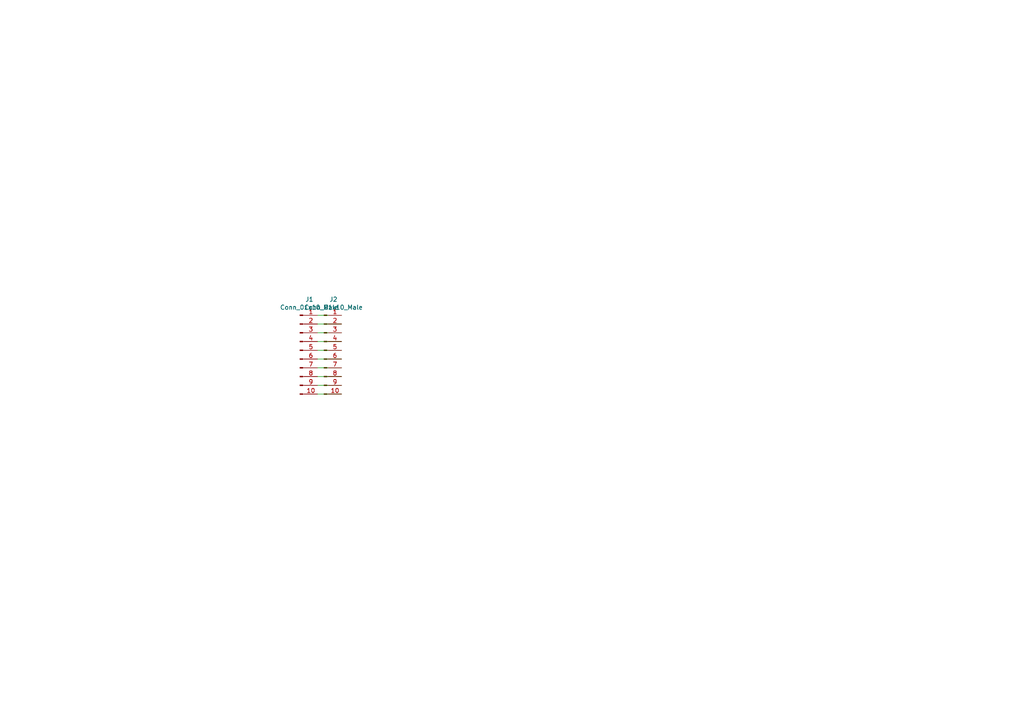
<source format=kicad_sch>
(kicad_sch (version 20211123) (generator eeschema)

  (uuid 483f60da-14d7-4f88-8d01-3f9f30784c70)

  (paper "A4")

  (lib_symbols
    (symbol "Connector:Conn_01x10_Male" (pin_names (offset 1.016) hide) (in_bom yes) (on_board yes)
      (property "Reference" "J" (id 0) (at 0 12.7 0)
        (effects (font (size 1.27 1.27)))
      )
      (property "Value" "Conn_01x10_Male" (id 1) (at 0 -15.24 0)
        (effects (font (size 1.27 1.27)))
      )
      (property "Footprint" "" (id 2) (at 0 0 0)
        (effects (font (size 1.27 1.27)) hide)
      )
      (property "Datasheet" "~" (id 3) (at 0 0 0)
        (effects (font (size 1.27 1.27)) hide)
      )
      (property "ki_keywords" "connector" (id 4) (at 0 0 0)
        (effects (font (size 1.27 1.27)) hide)
      )
      (property "ki_description" "Generic connector, single row, 01x10, script generated (kicad-library-utils/schlib/autogen/connector/)" (id 5) (at 0 0 0)
        (effects (font (size 1.27 1.27)) hide)
      )
      (property "ki_fp_filters" "Connector*:*_1x??_*" (id 6) (at 0 0 0)
        (effects (font (size 1.27 1.27)) hide)
      )
      (symbol "Conn_01x10_Male_1_1"
        (polyline
          (pts
            (xy 1.27 -12.7)
            (xy 0.8636 -12.7)
          )
          (stroke (width 0.1524) (type default) (color 0 0 0 0))
          (fill (type none))
        )
        (polyline
          (pts
            (xy 1.27 -10.16)
            (xy 0.8636 -10.16)
          )
          (stroke (width 0.1524) (type default) (color 0 0 0 0))
          (fill (type none))
        )
        (polyline
          (pts
            (xy 1.27 -7.62)
            (xy 0.8636 -7.62)
          )
          (stroke (width 0.1524) (type default) (color 0 0 0 0))
          (fill (type none))
        )
        (polyline
          (pts
            (xy 1.27 -5.08)
            (xy 0.8636 -5.08)
          )
          (stroke (width 0.1524) (type default) (color 0 0 0 0))
          (fill (type none))
        )
        (polyline
          (pts
            (xy 1.27 -2.54)
            (xy 0.8636 -2.54)
          )
          (stroke (width 0.1524) (type default) (color 0 0 0 0))
          (fill (type none))
        )
        (polyline
          (pts
            (xy 1.27 0)
            (xy 0.8636 0)
          )
          (stroke (width 0.1524) (type default) (color 0 0 0 0))
          (fill (type none))
        )
        (polyline
          (pts
            (xy 1.27 2.54)
            (xy 0.8636 2.54)
          )
          (stroke (width 0.1524) (type default) (color 0 0 0 0))
          (fill (type none))
        )
        (polyline
          (pts
            (xy 1.27 5.08)
            (xy 0.8636 5.08)
          )
          (stroke (width 0.1524) (type default) (color 0 0 0 0))
          (fill (type none))
        )
        (polyline
          (pts
            (xy 1.27 7.62)
            (xy 0.8636 7.62)
          )
          (stroke (width 0.1524) (type default) (color 0 0 0 0))
          (fill (type none))
        )
        (polyline
          (pts
            (xy 1.27 10.16)
            (xy 0.8636 10.16)
          )
          (stroke (width 0.1524) (type default) (color 0 0 0 0))
          (fill (type none))
        )
        (rectangle (start 0.8636 -12.573) (end 0 -12.827)
          (stroke (width 0.1524) (type default) (color 0 0 0 0))
          (fill (type outline))
        )
        (rectangle (start 0.8636 -10.033) (end 0 -10.287)
          (stroke (width 0.1524) (type default) (color 0 0 0 0))
          (fill (type outline))
        )
        (rectangle (start 0.8636 -7.493) (end 0 -7.747)
          (stroke (width 0.1524) (type default) (color 0 0 0 0))
          (fill (type outline))
        )
        (rectangle (start 0.8636 -4.953) (end 0 -5.207)
          (stroke (width 0.1524) (type default) (color 0 0 0 0))
          (fill (type outline))
        )
        (rectangle (start 0.8636 -2.413) (end 0 -2.667)
          (stroke (width 0.1524) (type default) (color 0 0 0 0))
          (fill (type outline))
        )
        (rectangle (start 0.8636 0.127) (end 0 -0.127)
          (stroke (width 0.1524) (type default) (color 0 0 0 0))
          (fill (type outline))
        )
        (rectangle (start 0.8636 2.667) (end 0 2.413)
          (stroke (width 0.1524) (type default) (color 0 0 0 0))
          (fill (type outline))
        )
        (rectangle (start 0.8636 5.207) (end 0 4.953)
          (stroke (width 0.1524) (type default) (color 0 0 0 0))
          (fill (type outline))
        )
        (rectangle (start 0.8636 7.747) (end 0 7.493)
          (stroke (width 0.1524) (type default) (color 0 0 0 0))
          (fill (type outline))
        )
        (rectangle (start 0.8636 10.287) (end 0 10.033)
          (stroke (width 0.1524) (type default) (color 0 0 0 0))
          (fill (type outline))
        )
        (pin passive line (at 5.08 10.16 180) (length 3.81)
          (name "Pin_1" (effects (font (size 1.27 1.27))))
          (number "1" (effects (font (size 1.27 1.27))))
        )
        (pin passive line (at 5.08 -12.7 180) (length 3.81)
          (name "Pin_10" (effects (font (size 1.27 1.27))))
          (number "10" (effects (font (size 1.27 1.27))))
        )
        (pin passive line (at 5.08 7.62 180) (length 3.81)
          (name "Pin_2" (effects (font (size 1.27 1.27))))
          (number "2" (effects (font (size 1.27 1.27))))
        )
        (pin passive line (at 5.08 5.08 180) (length 3.81)
          (name "Pin_3" (effects (font (size 1.27 1.27))))
          (number "3" (effects (font (size 1.27 1.27))))
        )
        (pin passive line (at 5.08 2.54 180) (length 3.81)
          (name "Pin_4" (effects (font (size 1.27 1.27))))
          (number "4" (effects (font (size 1.27 1.27))))
        )
        (pin passive line (at 5.08 0 180) (length 3.81)
          (name "Pin_5" (effects (font (size 1.27 1.27))))
          (number "5" (effects (font (size 1.27 1.27))))
        )
        (pin passive line (at 5.08 -2.54 180) (length 3.81)
          (name "Pin_6" (effects (font (size 1.27 1.27))))
          (number "6" (effects (font (size 1.27 1.27))))
        )
        (pin passive line (at 5.08 -5.08 180) (length 3.81)
          (name "Pin_7" (effects (font (size 1.27 1.27))))
          (number "7" (effects (font (size 1.27 1.27))))
        )
        (pin passive line (at 5.08 -7.62 180) (length 3.81)
          (name "Pin_8" (effects (font (size 1.27 1.27))))
          (number "8" (effects (font (size 1.27 1.27))))
        )
        (pin passive line (at 5.08 -10.16 180) (length 3.81)
          (name "Pin_9" (effects (font (size 1.27 1.27))))
          (number "9" (effects (font (size 1.27 1.27))))
        )
      )
    )
  )


  (wire (pts (xy 99.06 99.06) (xy 92.075 99.06))
    (stroke (width 0) (type default) (color 0 0 0 0))
    (uuid 0c30a4be-5679-499f-8c5b-5f3024f9d6cf)
  )
  (wire (pts (xy 99.06 109.22) (xy 92.075 109.22))
    (stroke (width 0) (type default) (color 0 0 0 0))
    (uuid 2f3deced-880d-4075-a81b-95c62da5b94d)
  )
  (wire (pts (xy 92.075 106.68) (xy 99.06 106.68))
    (stroke (width 0) (type default) (color 0 0 0 0))
    (uuid 3cfcbcc7-4f45-46ab-82a8-c414c7972161)
  )
  (wire (pts (xy 92.075 111.76) (xy 99.06 111.76))
    (stroke (width 0) (type default) (color 0 0 0 0))
    (uuid 4d609e7c-74c9-4ae9-a26d-946ff00c167d)
  )
  (wire (pts (xy 92.075 96.52) (xy 99.06 96.52))
    (stroke (width 0) (type default) (color 0 0 0 0))
    (uuid 4dc6088c-89a5-4db7-b3ae-db4b6396ad49)
  )
  (wire (pts (xy 99.06 114.3) (xy 92.075 114.3))
    (stroke (width 0) (type default) (color 0 0 0 0))
    (uuid 786b6072-5772-4bc1-8eeb-6c4e19f2a91b)
  )
  (wire (pts (xy 92.075 91.44) (xy 99.06 91.44))
    (stroke (width 0) (type default) (color 0 0 0 0))
    (uuid 936e2ca6-11ae-4f42-9128-52bb329f3d21)
  )
  (wire (pts (xy 99.06 104.14) (xy 92.075 104.14))
    (stroke (width 0) (type default) (color 0 0 0 0))
    (uuid a501555e-bbc7-4b58-ad89-28a0cd3dd6d0)
  )
  (wire (pts (xy 92.075 101.6) (xy 99.06 101.6))
    (stroke (width 0) (type default) (color 0 0 0 0))
    (uuid db83d0af-e085-4050-8496-fa2ebdecbd62)
  )
  (wire (pts (xy 99.06 93.98) (xy 92.075 93.98))
    (stroke (width 0) (type default) (color 0 0 0 0))
    (uuid ebadd2a5-21ab-4a7e-b5bc-6f737367e560)
  )

  (symbol (lib_id "Connector:Conn_01x10_Male") (at 86.995 101.6 0)
    (in_bom yes) (on_board yes)
    (uuid 00000000-0000-0000-0000-0000602c6b82)
    (property "Reference" "J1" (id 0) (at 89.7382 86.8426 0))
    (property "Value" "Conn_01x10_Male" (id 1) (at 89.7382 89.154 0))
    (property "Footprint" "on_edge:on_edge_2x05_host" (id 2) (at 86.995 101.6 0)
      (effects (font (size 1.27 1.27)) hide)
    )
    (property "Datasheet" "~" (id 3) (at 86.995 101.6 0)
      (effects (font (size 1.27 1.27)) hide)
    )
    (pin "1" (uuid 63c88580-bccf-46e2-8bef-e9347b5d20da))
    (pin "10" (uuid a56d02d6-f0d5-4829-a463-47ac32a5323c))
    (pin "2" (uuid 2d274b04-8f31-4508-a5cc-7a7bdd325479))
    (pin "3" (uuid 500b541e-33b8-4e62-8c74-fa2a33c57f54))
    (pin "4" (uuid b5385a29-ce3a-4a4b-b6d9-615ab612116e))
    (pin "5" (uuid 92ae2b73-eaad-413d-a0d1-a0d7f0a4bba2))
    (pin "6" (uuid 1e3aa0e9-23c7-4a4f-8055-3fc31c319208))
    (pin "7" (uuid 03dbce05-3ff8-440b-8339-36ed7ecc55b8))
    (pin "8" (uuid 1d518792-7ec3-4fd6-94e0-4de5fbf3044e))
    (pin "9" (uuid bc8b77e2-6747-4d7c-8958-8fc437abe63a))
  )

  (symbol (lib_id "Connector:Conn_01x10_Male") (at 93.98 101.6 0)
    (in_bom yes) (on_board yes)
    (uuid 00000000-0000-0000-0000-0000602c6b88)
    (property "Reference" "J2" (id 0) (at 96.7232 86.8426 0))
    (property "Value" "Conn_01x10_Male" (id 1) (at 96.7232 89.154 0))
    (property "Footprint" "on_edge:on_edge_2x05_solder" (id 2) (at 93.98 101.6 0)
      (effects (font (size 1.27 1.27)) hide)
    )
    (property "Datasheet" "~" (id 3) (at 93.98 101.6 0)
      (effects (font (size 1.27 1.27)) hide)
    )
    (pin "1" (uuid 5cffa200-7bd0-4a13-bcad-a0d2d0a2cc01))
    (pin "10" (uuid 083d089d-ed7f-44d0-8fa8-486eeb65f8f5))
    (pin "2" (uuid 0716f7ef-4151-40d5-8530-b40615937288))
    (pin "3" (uuid 5ef5832e-fd2c-40c0-b5ef-856d260e980d))
    (pin "4" (uuid 89711f39-6d00-4fee-9dff-6eb0d2bd8070))
    (pin "5" (uuid 2764df4e-6524-4e92-b3c2-377361d2725a))
    (pin "6" (uuid a5359824-884d-4ba5-bd73-d9cfaa4f7fe6))
    (pin "7" (uuid 6a6dcbf0-cde0-4e0c-a718-8303fd5250fc))
    (pin "8" (uuid 26de8071-b874-424c-a095-058ed68bac04))
    (pin "9" (uuid ae0d7f52-25db-435f-8736-0bdf43070b16))
  )

  (sheet_instances
    (path "/" (page "1"))
  )

  (symbol_instances
    (path "/00000000-0000-0000-0000-0000602c6b82"
      (reference "J1") (unit 1) (value "Conn_01x10_Male") (footprint "on_edge:on_edge_2x05_host")
    )
    (path "/00000000-0000-0000-0000-0000602c6b88"
      (reference "J2") (unit 1) (value "Conn_01x10_Male") (footprint "on_edge:on_edge_2x05_solder")
    )
  )
)

</source>
